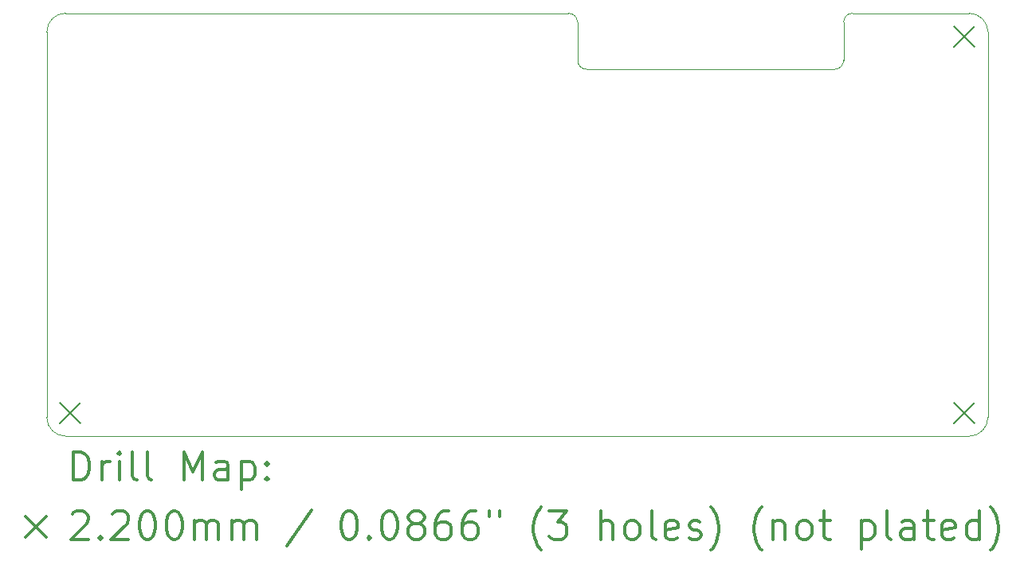
<source format=gbr>
%FSLAX45Y45*%
G04 Gerber Fmt 4.5, Leading zero omitted, Abs format (unit mm)*
G04 Created by KiCad (PCBNEW 5.1.10) date 2021-08-07 17:46:04*
%MOMM*%
%LPD*%
G01*
G04 APERTURE LIST*
%TA.AperFunction,Profile*%
%ADD10C,0.050000*%
%TD*%
%ADD11C,0.200000*%
%ADD12C,0.300000*%
G04 APERTURE END LIST*
D10*
X2500000Y-2150000D02*
G75*
G02*
X2700000Y-1950000I200000J0D01*
G01*
X12300000Y-1950000D02*
G75*
G02*
X12500000Y-2150000I0J-200000D01*
G01*
X12500000Y-6250000D02*
G75*
G02*
X12300000Y-6450000I-200000J0D01*
G01*
X2700000Y-6450000D02*
G75*
G02*
X2500000Y-6250000I0J200000D01*
G01*
X8140700Y-2451100D02*
X8138800Y-2045250D01*
X2700000Y-1950000D02*
X8043550Y-1950000D01*
X12300000Y-1950000D02*
X11061700Y-1949450D01*
X10871200Y-2546350D02*
X8235950Y-2546350D01*
X10966450Y-2451100D02*
X10966450Y-2044700D01*
X10966450Y-2451100D02*
G75*
G02*
X10871200Y-2546350I-95250J0D01*
G01*
X8235950Y-2546350D02*
G75*
G02*
X8140700Y-2451100I0J95250D01*
G01*
X8043550Y-1950000D02*
G75*
G02*
X8138800Y-2045250I0J-95250D01*
G01*
X10966450Y-2044700D02*
G75*
G02*
X11061700Y-1949450I95250J0D01*
G01*
X12500000Y-2150000D02*
X12500000Y-6250000D01*
X2700000Y-6450000D02*
X12300000Y-6450000D01*
X2500000Y-6250000D02*
X2500000Y-2150000D01*
D11*
X2640000Y-6090000D02*
X2860000Y-6310000D01*
X2860000Y-6090000D02*
X2640000Y-6310000D01*
X12140000Y-2090000D02*
X12360000Y-2310000D01*
X12360000Y-2090000D02*
X12140000Y-2310000D01*
X12140000Y-6090000D02*
X12360000Y-6310000D01*
X12360000Y-6090000D02*
X12140000Y-6310000D01*
D12*
X2783928Y-6918214D02*
X2783928Y-6618214D01*
X2855357Y-6618214D01*
X2898214Y-6632500D01*
X2926786Y-6661071D01*
X2941071Y-6689643D01*
X2955357Y-6746786D01*
X2955357Y-6789643D01*
X2941071Y-6846786D01*
X2926786Y-6875357D01*
X2898214Y-6903929D01*
X2855357Y-6918214D01*
X2783928Y-6918214D01*
X3083928Y-6918214D02*
X3083928Y-6718214D01*
X3083928Y-6775357D02*
X3098214Y-6746786D01*
X3112500Y-6732500D01*
X3141071Y-6718214D01*
X3169643Y-6718214D01*
X3269643Y-6918214D02*
X3269643Y-6718214D01*
X3269643Y-6618214D02*
X3255357Y-6632500D01*
X3269643Y-6646786D01*
X3283928Y-6632500D01*
X3269643Y-6618214D01*
X3269643Y-6646786D01*
X3455357Y-6918214D02*
X3426786Y-6903929D01*
X3412500Y-6875357D01*
X3412500Y-6618214D01*
X3612500Y-6918214D02*
X3583928Y-6903929D01*
X3569643Y-6875357D01*
X3569643Y-6618214D01*
X3955357Y-6918214D02*
X3955357Y-6618214D01*
X4055357Y-6832500D01*
X4155357Y-6618214D01*
X4155357Y-6918214D01*
X4426786Y-6918214D02*
X4426786Y-6761071D01*
X4412500Y-6732500D01*
X4383928Y-6718214D01*
X4326786Y-6718214D01*
X4298214Y-6732500D01*
X4426786Y-6903929D02*
X4398214Y-6918214D01*
X4326786Y-6918214D01*
X4298214Y-6903929D01*
X4283928Y-6875357D01*
X4283928Y-6846786D01*
X4298214Y-6818214D01*
X4326786Y-6803929D01*
X4398214Y-6803929D01*
X4426786Y-6789643D01*
X4569643Y-6718214D02*
X4569643Y-7018214D01*
X4569643Y-6732500D02*
X4598214Y-6718214D01*
X4655357Y-6718214D01*
X4683928Y-6732500D01*
X4698214Y-6746786D01*
X4712500Y-6775357D01*
X4712500Y-6861071D01*
X4698214Y-6889643D01*
X4683928Y-6903929D01*
X4655357Y-6918214D01*
X4598214Y-6918214D01*
X4569643Y-6903929D01*
X4841071Y-6889643D02*
X4855357Y-6903929D01*
X4841071Y-6918214D01*
X4826786Y-6903929D01*
X4841071Y-6889643D01*
X4841071Y-6918214D01*
X4841071Y-6732500D02*
X4855357Y-6746786D01*
X4841071Y-6761071D01*
X4826786Y-6746786D01*
X4841071Y-6732500D01*
X4841071Y-6761071D01*
X2277500Y-7302500D02*
X2497500Y-7522500D01*
X2497500Y-7302500D02*
X2277500Y-7522500D01*
X2769643Y-7276786D02*
X2783928Y-7262500D01*
X2812500Y-7248214D01*
X2883928Y-7248214D01*
X2912500Y-7262500D01*
X2926786Y-7276786D01*
X2941071Y-7305357D01*
X2941071Y-7333929D01*
X2926786Y-7376786D01*
X2755357Y-7548214D01*
X2941071Y-7548214D01*
X3069643Y-7519643D02*
X3083928Y-7533929D01*
X3069643Y-7548214D01*
X3055357Y-7533929D01*
X3069643Y-7519643D01*
X3069643Y-7548214D01*
X3198214Y-7276786D02*
X3212500Y-7262500D01*
X3241071Y-7248214D01*
X3312500Y-7248214D01*
X3341071Y-7262500D01*
X3355357Y-7276786D01*
X3369643Y-7305357D01*
X3369643Y-7333929D01*
X3355357Y-7376786D01*
X3183928Y-7548214D01*
X3369643Y-7548214D01*
X3555357Y-7248214D02*
X3583928Y-7248214D01*
X3612500Y-7262500D01*
X3626786Y-7276786D01*
X3641071Y-7305357D01*
X3655357Y-7362500D01*
X3655357Y-7433929D01*
X3641071Y-7491071D01*
X3626786Y-7519643D01*
X3612500Y-7533929D01*
X3583928Y-7548214D01*
X3555357Y-7548214D01*
X3526786Y-7533929D01*
X3512500Y-7519643D01*
X3498214Y-7491071D01*
X3483928Y-7433929D01*
X3483928Y-7362500D01*
X3498214Y-7305357D01*
X3512500Y-7276786D01*
X3526786Y-7262500D01*
X3555357Y-7248214D01*
X3841071Y-7248214D02*
X3869643Y-7248214D01*
X3898214Y-7262500D01*
X3912500Y-7276786D01*
X3926786Y-7305357D01*
X3941071Y-7362500D01*
X3941071Y-7433929D01*
X3926786Y-7491071D01*
X3912500Y-7519643D01*
X3898214Y-7533929D01*
X3869643Y-7548214D01*
X3841071Y-7548214D01*
X3812500Y-7533929D01*
X3798214Y-7519643D01*
X3783928Y-7491071D01*
X3769643Y-7433929D01*
X3769643Y-7362500D01*
X3783928Y-7305357D01*
X3798214Y-7276786D01*
X3812500Y-7262500D01*
X3841071Y-7248214D01*
X4069643Y-7548214D02*
X4069643Y-7348214D01*
X4069643Y-7376786D02*
X4083928Y-7362500D01*
X4112500Y-7348214D01*
X4155357Y-7348214D01*
X4183928Y-7362500D01*
X4198214Y-7391071D01*
X4198214Y-7548214D01*
X4198214Y-7391071D02*
X4212500Y-7362500D01*
X4241071Y-7348214D01*
X4283928Y-7348214D01*
X4312500Y-7362500D01*
X4326786Y-7391071D01*
X4326786Y-7548214D01*
X4469643Y-7548214D02*
X4469643Y-7348214D01*
X4469643Y-7376786D02*
X4483928Y-7362500D01*
X4512500Y-7348214D01*
X4555357Y-7348214D01*
X4583928Y-7362500D01*
X4598214Y-7391071D01*
X4598214Y-7548214D01*
X4598214Y-7391071D02*
X4612500Y-7362500D01*
X4641071Y-7348214D01*
X4683928Y-7348214D01*
X4712500Y-7362500D01*
X4726786Y-7391071D01*
X4726786Y-7548214D01*
X5312500Y-7233929D02*
X5055357Y-7619643D01*
X5698214Y-7248214D02*
X5726786Y-7248214D01*
X5755357Y-7262500D01*
X5769643Y-7276786D01*
X5783928Y-7305357D01*
X5798214Y-7362500D01*
X5798214Y-7433929D01*
X5783928Y-7491071D01*
X5769643Y-7519643D01*
X5755357Y-7533929D01*
X5726786Y-7548214D01*
X5698214Y-7548214D01*
X5669643Y-7533929D01*
X5655357Y-7519643D01*
X5641071Y-7491071D01*
X5626786Y-7433929D01*
X5626786Y-7362500D01*
X5641071Y-7305357D01*
X5655357Y-7276786D01*
X5669643Y-7262500D01*
X5698214Y-7248214D01*
X5926786Y-7519643D02*
X5941071Y-7533929D01*
X5926786Y-7548214D01*
X5912500Y-7533929D01*
X5926786Y-7519643D01*
X5926786Y-7548214D01*
X6126786Y-7248214D02*
X6155357Y-7248214D01*
X6183928Y-7262500D01*
X6198214Y-7276786D01*
X6212500Y-7305357D01*
X6226786Y-7362500D01*
X6226786Y-7433929D01*
X6212500Y-7491071D01*
X6198214Y-7519643D01*
X6183928Y-7533929D01*
X6155357Y-7548214D01*
X6126786Y-7548214D01*
X6098214Y-7533929D01*
X6083928Y-7519643D01*
X6069643Y-7491071D01*
X6055357Y-7433929D01*
X6055357Y-7362500D01*
X6069643Y-7305357D01*
X6083928Y-7276786D01*
X6098214Y-7262500D01*
X6126786Y-7248214D01*
X6398214Y-7376786D02*
X6369643Y-7362500D01*
X6355357Y-7348214D01*
X6341071Y-7319643D01*
X6341071Y-7305357D01*
X6355357Y-7276786D01*
X6369643Y-7262500D01*
X6398214Y-7248214D01*
X6455357Y-7248214D01*
X6483928Y-7262500D01*
X6498214Y-7276786D01*
X6512500Y-7305357D01*
X6512500Y-7319643D01*
X6498214Y-7348214D01*
X6483928Y-7362500D01*
X6455357Y-7376786D01*
X6398214Y-7376786D01*
X6369643Y-7391071D01*
X6355357Y-7405357D01*
X6341071Y-7433929D01*
X6341071Y-7491071D01*
X6355357Y-7519643D01*
X6369643Y-7533929D01*
X6398214Y-7548214D01*
X6455357Y-7548214D01*
X6483928Y-7533929D01*
X6498214Y-7519643D01*
X6512500Y-7491071D01*
X6512500Y-7433929D01*
X6498214Y-7405357D01*
X6483928Y-7391071D01*
X6455357Y-7376786D01*
X6769643Y-7248214D02*
X6712500Y-7248214D01*
X6683928Y-7262500D01*
X6669643Y-7276786D01*
X6641071Y-7319643D01*
X6626786Y-7376786D01*
X6626786Y-7491071D01*
X6641071Y-7519643D01*
X6655357Y-7533929D01*
X6683928Y-7548214D01*
X6741071Y-7548214D01*
X6769643Y-7533929D01*
X6783928Y-7519643D01*
X6798214Y-7491071D01*
X6798214Y-7419643D01*
X6783928Y-7391071D01*
X6769643Y-7376786D01*
X6741071Y-7362500D01*
X6683928Y-7362500D01*
X6655357Y-7376786D01*
X6641071Y-7391071D01*
X6626786Y-7419643D01*
X7055357Y-7248214D02*
X6998214Y-7248214D01*
X6969643Y-7262500D01*
X6955357Y-7276786D01*
X6926786Y-7319643D01*
X6912500Y-7376786D01*
X6912500Y-7491071D01*
X6926786Y-7519643D01*
X6941071Y-7533929D01*
X6969643Y-7548214D01*
X7026786Y-7548214D01*
X7055357Y-7533929D01*
X7069643Y-7519643D01*
X7083928Y-7491071D01*
X7083928Y-7419643D01*
X7069643Y-7391071D01*
X7055357Y-7376786D01*
X7026786Y-7362500D01*
X6969643Y-7362500D01*
X6941071Y-7376786D01*
X6926786Y-7391071D01*
X6912500Y-7419643D01*
X7198214Y-7248214D02*
X7198214Y-7305357D01*
X7312500Y-7248214D02*
X7312500Y-7305357D01*
X7755357Y-7662500D02*
X7741071Y-7648214D01*
X7712500Y-7605357D01*
X7698214Y-7576786D01*
X7683928Y-7533929D01*
X7669643Y-7462500D01*
X7669643Y-7405357D01*
X7683928Y-7333929D01*
X7698214Y-7291071D01*
X7712500Y-7262500D01*
X7741071Y-7219643D01*
X7755357Y-7205357D01*
X7841071Y-7248214D02*
X8026786Y-7248214D01*
X7926786Y-7362500D01*
X7969643Y-7362500D01*
X7998214Y-7376786D01*
X8012500Y-7391071D01*
X8026786Y-7419643D01*
X8026786Y-7491071D01*
X8012500Y-7519643D01*
X7998214Y-7533929D01*
X7969643Y-7548214D01*
X7883928Y-7548214D01*
X7855357Y-7533929D01*
X7841071Y-7519643D01*
X8383928Y-7548214D02*
X8383928Y-7248214D01*
X8512500Y-7548214D02*
X8512500Y-7391071D01*
X8498214Y-7362500D01*
X8469643Y-7348214D01*
X8426786Y-7348214D01*
X8398214Y-7362500D01*
X8383928Y-7376786D01*
X8698214Y-7548214D02*
X8669643Y-7533929D01*
X8655357Y-7519643D01*
X8641071Y-7491071D01*
X8641071Y-7405357D01*
X8655357Y-7376786D01*
X8669643Y-7362500D01*
X8698214Y-7348214D01*
X8741071Y-7348214D01*
X8769643Y-7362500D01*
X8783928Y-7376786D01*
X8798214Y-7405357D01*
X8798214Y-7491071D01*
X8783928Y-7519643D01*
X8769643Y-7533929D01*
X8741071Y-7548214D01*
X8698214Y-7548214D01*
X8969643Y-7548214D02*
X8941071Y-7533929D01*
X8926786Y-7505357D01*
X8926786Y-7248214D01*
X9198214Y-7533929D02*
X9169643Y-7548214D01*
X9112500Y-7548214D01*
X9083928Y-7533929D01*
X9069643Y-7505357D01*
X9069643Y-7391071D01*
X9083928Y-7362500D01*
X9112500Y-7348214D01*
X9169643Y-7348214D01*
X9198214Y-7362500D01*
X9212500Y-7391071D01*
X9212500Y-7419643D01*
X9069643Y-7448214D01*
X9326786Y-7533929D02*
X9355357Y-7548214D01*
X9412500Y-7548214D01*
X9441071Y-7533929D01*
X9455357Y-7505357D01*
X9455357Y-7491071D01*
X9441071Y-7462500D01*
X9412500Y-7448214D01*
X9369643Y-7448214D01*
X9341071Y-7433929D01*
X9326786Y-7405357D01*
X9326786Y-7391071D01*
X9341071Y-7362500D01*
X9369643Y-7348214D01*
X9412500Y-7348214D01*
X9441071Y-7362500D01*
X9555357Y-7662500D02*
X9569643Y-7648214D01*
X9598214Y-7605357D01*
X9612500Y-7576786D01*
X9626786Y-7533929D01*
X9641071Y-7462500D01*
X9641071Y-7405357D01*
X9626786Y-7333929D01*
X9612500Y-7291071D01*
X9598214Y-7262500D01*
X9569643Y-7219643D01*
X9555357Y-7205357D01*
X10098214Y-7662500D02*
X10083928Y-7648214D01*
X10055357Y-7605357D01*
X10041071Y-7576786D01*
X10026786Y-7533929D01*
X10012500Y-7462500D01*
X10012500Y-7405357D01*
X10026786Y-7333929D01*
X10041071Y-7291071D01*
X10055357Y-7262500D01*
X10083928Y-7219643D01*
X10098214Y-7205357D01*
X10212500Y-7348214D02*
X10212500Y-7548214D01*
X10212500Y-7376786D02*
X10226786Y-7362500D01*
X10255357Y-7348214D01*
X10298214Y-7348214D01*
X10326786Y-7362500D01*
X10341071Y-7391071D01*
X10341071Y-7548214D01*
X10526786Y-7548214D02*
X10498214Y-7533929D01*
X10483928Y-7519643D01*
X10469643Y-7491071D01*
X10469643Y-7405357D01*
X10483928Y-7376786D01*
X10498214Y-7362500D01*
X10526786Y-7348214D01*
X10569643Y-7348214D01*
X10598214Y-7362500D01*
X10612500Y-7376786D01*
X10626786Y-7405357D01*
X10626786Y-7491071D01*
X10612500Y-7519643D01*
X10598214Y-7533929D01*
X10569643Y-7548214D01*
X10526786Y-7548214D01*
X10712500Y-7348214D02*
X10826786Y-7348214D01*
X10755357Y-7248214D02*
X10755357Y-7505357D01*
X10769643Y-7533929D01*
X10798214Y-7548214D01*
X10826786Y-7548214D01*
X11155357Y-7348214D02*
X11155357Y-7648214D01*
X11155357Y-7362500D02*
X11183928Y-7348214D01*
X11241071Y-7348214D01*
X11269643Y-7362500D01*
X11283928Y-7376786D01*
X11298214Y-7405357D01*
X11298214Y-7491071D01*
X11283928Y-7519643D01*
X11269643Y-7533929D01*
X11241071Y-7548214D01*
X11183928Y-7548214D01*
X11155357Y-7533929D01*
X11469643Y-7548214D02*
X11441071Y-7533929D01*
X11426786Y-7505357D01*
X11426786Y-7248214D01*
X11712500Y-7548214D02*
X11712500Y-7391071D01*
X11698214Y-7362500D01*
X11669643Y-7348214D01*
X11612500Y-7348214D01*
X11583928Y-7362500D01*
X11712500Y-7533929D02*
X11683928Y-7548214D01*
X11612500Y-7548214D01*
X11583928Y-7533929D01*
X11569643Y-7505357D01*
X11569643Y-7476786D01*
X11583928Y-7448214D01*
X11612500Y-7433929D01*
X11683928Y-7433929D01*
X11712500Y-7419643D01*
X11812500Y-7348214D02*
X11926786Y-7348214D01*
X11855357Y-7248214D02*
X11855357Y-7505357D01*
X11869643Y-7533929D01*
X11898214Y-7548214D01*
X11926786Y-7548214D01*
X12141071Y-7533929D02*
X12112500Y-7548214D01*
X12055357Y-7548214D01*
X12026786Y-7533929D01*
X12012500Y-7505357D01*
X12012500Y-7391071D01*
X12026786Y-7362500D01*
X12055357Y-7348214D01*
X12112500Y-7348214D01*
X12141071Y-7362500D01*
X12155357Y-7391071D01*
X12155357Y-7419643D01*
X12012500Y-7448214D01*
X12412500Y-7548214D02*
X12412500Y-7248214D01*
X12412500Y-7533929D02*
X12383928Y-7548214D01*
X12326786Y-7548214D01*
X12298214Y-7533929D01*
X12283928Y-7519643D01*
X12269643Y-7491071D01*
X12269643Y-7405357D01*
X12283928Y-7376786D01*
X12298214Y-7362500D01*
X12326786Y-7348214D01*
X12383928Y-7348214D01*
X12412500Y-7362500D01*
X12526786Y-7662500D02*
X12541071Y-7648214D01*
X12569643Y-7605357D01*
X12583928Y-7576786D01*
X12598214Y-7533929D01*
X12612500Y-7462500D01*
X12612500Y-7405357D01*
X12598214Y-7333929D01*
X12583928Y-7291071D01*
X12569643Y-7262500D01*
X12541071Y-7219643D01*
X12526786Y-7205357D01*
M02*

</source>
